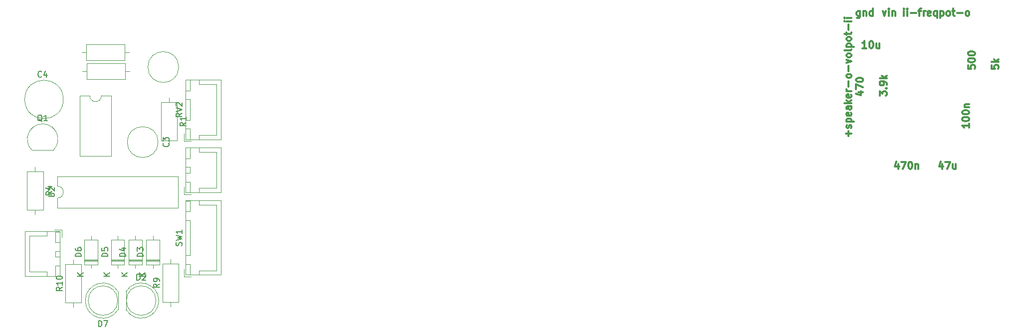
<source format=gbr>
%TF.GenerationSoftware,KiCad,Pcbnew,6.0.4-6f826c9f35~116~ubuntu20.04.1*%
%TF.CreationDate,2022-06-04T11:43:05+03:00*%
%TF.ProjectId,metronome,6d657472-6f6e-46f6-9d65-2e6b69636164,rev?*%
%TF.SameCoordinates,Original*%
%TF.FileFunction,Legend,Top*%
%TF.FilePolarity,Positive*%
%FSLAX46Y46*%
G04 Gerber Fmt 4.6, Leading zero omitted, Abs format (unit mm)*
G04 Created by KiCad (PCBNEW 6.0.4-6f826c9f35~116~ubuntu20.04.1) date 2022-06-04 11:43:05*
%MOMM*%
%LPD*%
G01*
G04 APERTURE LIST*
%ADD10C,0.300000*%
%ADD11C,0.150000*%
%ADD12C,0.120000*%
G04 APERTURE END LIST*
D10*
X262480714Y-61542857D02*
X262480714Y-60742857D01*
X262480714Y-60342857D02*
X262423571Y-60400000D01*
X262480714Y-60457142D01*
X262537857Y-60400000D01*
X262480714Y-60342857D01*
X262480714Y-60457142D01*
X263052142Y-61542857D02*
X263052142Y-60742857D01*
X263052142Y-60342857D02*
X262995000Y-60400000D01*
X263052142Y-60457142D01*
X263109285Y-60400000D01*
X263052142Y-60342857D01*
X263052142Y-60457142D01*
X263623571Y-61085714D02*
X264537857Y-61085714D01*
X264937857Y-60742857D02*
X265395000Y-60742857D01*
X265109285Y-61542857D02*
X265109285Y-60514285D01*
X265166428Y-60400000D01*
X265280714Y-60342857D01*
X265395000Y-60342857D01*
X265795000Y-61542857D02*
X265795000Y-60742857D01*
X265795000Y-60971428D02*
X265852142Y-60857142D01*
X265909285Y-60800000D01*
X266023571Y-60742857D01*
X266137857Y-60742857D01*
X266995000Y-61485714D02*
X266880714Y-61542857D01*
X266652142Y-61542857D01*
X266537857Y-61485714D01*
X266480714Y-61371428D01*
X266480714Y-60914285D01*
X266537857Y-60800000D01*
X266652142Y-60742857D01*
X266880714Y-60742857D01*
X266995000Y-60800000D01*
X267052142Y-60914285D01*
X267052142Y-61028571D01*
X266480714Y-61142857D01*
X268080714Y-60742857D02*
X268080714Y-61942857D01*
X268080714Y-61485714D02*
X267966428Y-61542857D01*
X267737857Y-61542857D01*
X267623571Y-61485714D01*
X267566428Y-61428571D01*
X267509285Y-61314285D01*
X267509285Y-60971428D01*
X267566428Y-60857142D01*
X267623571Y-60800000D01*
X267737857Y-60742857D01*
X267966428Y-60742857D01*
X268080714Y-60800000D01*
X268652142Y-60742857D02*
X268652142Y-61942857D01*
X268652142Y-60800000D02*
X268766428Y-60742857D01*
X268995000Y-60742857D01*
X269109285Y-60800000D01*
X269166428Y-60857142D01*
X269223571Y-60971428D01*
X269223571Y-61314285D01*
X269166428Y-61428571D01*
X269109285Y-61485714D01*
X268995000Y-61542857D01*
X268766428Y-61542857D01*
X268652142Y-61485714D01*
X269909285Y-61542857D02*
X269795000Y-61485714D01*
X269737857Y-61428571D01*
X269680714Y-61314285D01*
X269680714Y-60971428D01*
X269737857Y-60857142D01*
X269795000Y-60800000D01*
X269909285Y-60742857D01*
X270080714Y-60742857D01*
X270195000Y-60800000D01*
X270252142Y-60857142D01*
X270309285Y-60971428D01*
X270309285Y-61314285D01*
X270252142Y-61428571D01*
X270195000Y-61485714D01*
X270080714Y-61542857D01*
X269909285Y-61542857D01*
X270652142Y-60742857D02*
X271109285Y-60742857D01*
X270823571Y-60342857D02*
X270823571Y-61371428D01*
X270880714Y-61485714D01*
X270995000Y-61542857D01*
X271109285Y-61542857D01*
X271509285Y-61085714D02*
X272423571Y-61085714D01*
X273166428Y-61542857D02*
X273052142Y-61485714D01*
X272995000Y-61428571D01*
X272937857Y-61314285D01*
X272937857Y-60971428D01*
X272995000Y-60857142D01*
X273052142Y-60800000D01*
X273166428Y-60742857D01*
X273337857Y-60742857D01*
X273452142Y-60800000D01*
X273509285Y-60857142D01*
X273566428Y-60971428D01*
X273566428Y-61314285D01*
X273509285Y-61428571D01*
X273452142Y-61485714D01*
X273337857Y-61542857D01*
X273166428Y-61542857D01*
X254742857Y-74505000D02*
X255542857Y-74505000D01*
X254285714Y-74790714D02*
X255142857Y-75076428D01*
X255142857Y-74333571D01*
X254342857Y-73990714D02*
X254342857Y-73190714D01*
X255542857Y-73705000D01*
X254342857Y-72505000D02*
X254342857Y-72390714D01*
X254400000Y-72276428D01*
X254457142Y-72219285D01*
X254571428Y-72162142D01*
X254800000Y-72105000D01*
X255085714Y-72105000D01*
X255314285Y-72162142D01*
X255428571Y-72219285D01*
X255485714Y-72276428D01*
X255542857Y-72390714D01*
X255542857Y-72505000D01*
X255485714Y-72619285D01*
X255428571Y-72676428D01*
X255314285Y-72733571D01*
X255085714Y-72790714D01*
X254800000Y-72790714D01*
X254571428Y-72733571D01*
X254457142Y-72676428D01*
X254400000Y-72619285D01*
X254342857Y-72505000D01*
X256109285Y-67042857D02*
X255423571Y-67042857D01*
X255766428Y-67042857D02*
X255766428Y-65842857D01*
X255652142Y-66014285D01*
X255537857Y-66128571D01*
X255423571Y-66185714D01*
X256852142Y-65842857D02*
X256966428Y-65842857D01*
X257080714Y-65900000D01*
X257137857Y-65957142D01*
X257195000Y-66071428D01*
X257252142Y-66300000D01*
X257252142Y-66585714D01*
X257195000Y-66814285D01*
X257137857Y-66928571D01*
X257080714Y-66985714D01*
X256966428Y-67042857D01*
X256852142Y-67042857D01*
X256737857Y-66985714D01*
X256680714Y-66928571D01*
X256623571Y-66814285D01*
X256566428Y-66585714D01*
X256566428Y-66300000D01*
X256623571Y-66071428D01*
X256680714Y-65957142D01*
X256737857Y-65900000D01*
X256852142Y-65842857D01*
X258280714Y-66242857D02*
X258280714Y-67042857D01*
X257766428Y-66242857D02*
X257766428Y-66871428D01*
X257823571Y-66985714D01*
X257937857Y-67042857D01*
X258109285Y-67042857D01*
X258223571Y-66985714D01*
X258280714Y-66928571D01*
X268995000Y-86742857D02*
X268995000Y-87542857D01*
X268709285Y-86285714D02*
X268423571Y-87142857D01*
X269166428Y-87142857D01*
X269509285Y-86342857D02*
X270309285Y-86342857D01*
X269795000Y-87542857D01*
X271280714Y-86742857D02*
X271280714Y-87542857D01*
X270766428Y-86742857D02*
X270766428Y-87371428D01*
X270823571Y-87485714D01*
X270937857Y-87542857D01*
X271109285Y-87542857D01*
X271223571Y-87485714D01*
X271280714Y-87428571D01*
X254995000Y-60742857D02*
X254995000Y-61714285D01*
X254937857Y-61828571D01*
X254880714Y-61885714D01*
X254766428Y-61942857D01*
X254595000Y-61942857D01*
X254480714Y-61885714D01*
X254995000Y-61485714D02*
X254880714Y-61542857D01*
X254652142Y-61542857D01*
X254537857Y-61485714D01*
X254480714Y-61428571D01*
X254423571Y-61314285D01*
X254423571Y-60971428D01*
X254480714Y-60857142D01*
X254537857Y-60800000D01*
X254652142Y-60742857D01*
X254880714Y-60742857D01*
X254995000Y-60800000D01*
X255566428Y-60742857D02*
X255566428Y-61542857D01*
X255566428Y-60857142D02*
X255623571Y-60800000D01*
X255737857Y-60742857D01*
X255909285Y-60742857D01*
X256023571Y-60800000D01*
X256080714Y-60914285D01*
X256080714Y-61542857D01*
X257166428Y-61542857D02*
X257166428Y-60342857D01*
X257166428Y-61485714D02*
X257052142Y-61542857D01*
X256823571Y-61542857D01*
X256709285Y-61485714D01*
X256652142Y-61428571D01*
X256595000Y-61314285D01*
X256595000Y-60971428D01*
X256652142Y-60857142D01*
X256709285Y-60800000D01*
X256823571Y-60742857D01*
X257052142Y-60742857D01*
X257166428Y-60800000D01*
X253542857Y-71847857D02*
X253485714Y-71962142D01*
X253428571Y-72019285D01*
X253314285Y-72076428D01*
X252971428Y-72076428D01*
X252857142Y-72019285D01*
X252800000Y-71962142D01*
X252742857Y-71847857D01*
X252742857Y-71676428D01*
X252800000Y-71562142D01*
X252857142Y-71505000D01*
X252971428Y-71447857D01*
X253314285Y-71447857D01*
X253428571Y-71505000D01*
X253485714Y-71562142D01*
X253542857Y-71676428D01*
X253542857Y-71847857D01*
X253085714Y-70933571D02*
X253085714Y-70019285D01*
X252742857Y-69562142D02*
X253542857Y-69276428D01*
X252742857Y-68990714D01*
X253542857Y-68362142D02*
X253485714Y-68476428D01*
X253428571Y-68533571D01*
X253314285Y-68590714D01*
X252971428Y-68590714D01*
X252857142Y-68533571D01*
X252800000Y-68476428D01*
X252742857Y-68362142D01*
X252742857Y-68190714D01*
X252800000Y-68076428D01*
X252857142Y-68019285D01*
X252971428Y-67962142D01*
X253314285Y-67962142D01*
X253428571Y-68019285D01*
X253485714Y-68076428D01*
X253542857Y-68190714D01*
X253542857Y-68362142D01*
X253542857Y-67276428D02*
X253485714Y-67390714D01*
X253371428Y-67447857D01*
X252342857Y-67447857D01*
X252742857Y-66819285D02*
X253942857Y-66819285D01*
X252800000Y-66819285D02*
X252742857Y-66705000D01*
X252742857Y-66476428D01*
X252800000Y-66362142D01*
X252857142Y-66305000D01*
X252971428Y-66247857D01*
X253314285Y-66247857D01*
X253428571Y-66305000D01*
X253485714Y-66362142D01*
X253542857Y-66476428D01*
X253542857Y-66705000D01*
X253485714Y-66819285D01*
X253542857Y-65562142D02*
X253485714Y-65676428D01*
X253428571Y-65733571D01*
X253314285Y-65790714D01*
X252971428Y-65790714D01*
X252857142Y-65733571D01*
X252800000Y-65676428D01*
X252742857Y-65562142D01*
X252742857Y-65390714D01*
X252800000Y-65276428D01*
X252857142Y-65219285D01*
X252971428Y-65162142D01*
X253314285Y-65162142D01*
X253428571Y-65219285D01*
X253485714Y-65276428D01*
X253542857Y-65390714D01*
X253542857Y-65562142D01*
X252742857Y-64819285D02*
X252742857Y-64362142D01*
X252342857Y-64647857D02*
X253371428Y-64647857D01*
X253485714Y-64590714D01*
X253542857Y-64476428D01*
X253542857Y-64362142D01*
X253085714Y-63962142D02*
X253085714Y-63047857D01*
X253542857Y-62476428D02*
X252742857Y-62476428D01*
X252342857Y-62476428D02*
X252400000Y-62533571D01*
X252457142Y-62476428D01*
X252400000Y-62419285D01*
X252342857Y-62476428D01*
X252457142Y-62476428D01*
X253542857Y-61905000D02*
X252742857Y-61905000D01*
X252342857Y-61905000D02*
X252400000Y-61962142D01*
X252457142Y-61905000D01*
X252400000Y-61847857D01*
X252342857Y-61905000D01*
X252457142Y-61905000D01*
X277342857Y-69947857D02*
X277342857Y-70519285D01*
X277914285Y-70576428D01*
X277857142Y-70519285D01*
X277800000Y-70405000D01*
X277800000Y-70119285D01*
X277857142Y-70005000D01*
X277914285Y-69947857D01*
X278028571Y-69890714D01*
X278314285Y-69890714D01*
X278428571Y-69947857D01*
X278485714Y-70005000D01*
X278542857Y-70119285D01*
X278542857Y-70405000D01*
X278485714Y-70519285D01*
X278428571Y-70576428D01*
X278542857Y-69376428D02*
X277342857Y-69376428D01*
X278085714Y-69262142D02*
X278542857Y-68919285D01*
X277742857Y-68919285D02*
X278200000Y-69376428D01*
X258342857Y-75133571D02*
X258342857Y-74390714D01*
X258800000Y-74790714D01*
X258800000Y-74619285D01*
X258857142Y-74505000D01*
X258914285Y-74447857D01*
X259028571Y-74390714D01*
X259314285Y-74390714D01*
X259428571Y-74447857D01*
X259485714Y-74505000D01*
X259542857Y-74619285D01*
X259542857Y-74962142D01*
X259485714Y-75076428D01*
X259428571Y-75133571D01*
X259428571Y-73876428D02*
X259485714Y-73819285D01*
X259542857Y-73876428D01*
X259485714Y-73933571D01*
X259428571Y-73876428D01*
X259542857Y-73876428D01*
X259542857Y-73247857D02*
X259542857Y-73019285D01*
X259485714Y-72905000D01*
X259428571Y-72847857D01*
X259257142Y-72733571D01*
X259028571Y-72676428D01*
X258571428Y-72676428D01*
X258457142Y-72733571D01*
X258400000Y-72790714D01*
X258342857Y-72905000D01*
X258342857Y-73133571D01*
X258400000Y-73247857D01*
X258457142Y-73305000D01*
X258571428Y-73362142D01*
X258857142Y-73362142D01*
X258971428Y-73305000D01*
X259028571Y-73247857D01*
X259085714Y-73133571D01*
X259085714Y-72905000D01*
X259028571Y-72790714D01*
X258971428Y-72733571D01*
X258857142Y-72676428D01*
X259542857Y-72162142D02*
X258342857Y-72162142D01*
X259085714Y-72047857D02*
X259542857Y-71705000D01*
X258742857Y-71705000D02*
X259200000Y-72162142D01*
X258866428Y-60742857D02*
X259152142Y-61542857D01*
X259437857Y-60742857D01*
X259895000Y-61542857D02*
X259895000Y-60742857D01*
X259895000Y-60342857D02*
X259837857Y-60400000D01*
X259895000Y-60457142D01*
X259952142Y-60400000D01*
X259895000Y-60342857D01*
X259895000Y-60457142D01*
X260466428Y-60742857D02*
X260466428Y-61542857D01*
X260466428Y-60857142D02*
X260523571Y-60800000D01*
X260637857Y-60742857D01*
X260809285Y-60742857D01*
X260923571Y-60800000D01*
X260980714Y-60914285D01*
X260980714Y-61542857D01*
X261495000Y-86742857D02*
X261495000Y-87542857D01*
X261209285Y-86285714D02*
X260923571Y-87142857D01*
X261666428Y-87142857D01*
X262009285Y-86342857D02*
X262809285Y-86342857D01*
X262295000Y-87542857D01*
X263495000Y-86342857D02*
X263609285Y-86342857D01*
X263723571Y-86400000D01*
X263780714Y-86457142D01*
X263837857Y-86571428D01*
X263895000Y-86800000D01*
X263895000Y-87085714D01*
X263837857Y-87314285D01*
X263780714Y-87428571D01*
X263723571Y-87485714D01*
X263609285Y-87542857D01*
X263495000Y-87542857D01*
X263380714Y-87485714D01*
X263323571Y-87428571D01*
X263266428Y-87314285D01*
X263209285Y-87085714D01*
X263209285Y-86800000D01*
X263266428Y-86571428D01*
X263323571Y-86457142D01*
X263380714Y-86400000D01*
X263495000Y-86342857D01*
X264409285Y-86742857D02*
X264409285Y-87542857D01*
X264409285Y-86857142D02*
X264466428Y-86800000D01*
X264580714Y-86742857D01*
X264752142Y-86742857D01*
X264866428Y-86800000D01*
X264923571Y-86914285D01*
X264923571Y-87542857D01*
X253085714Y-82019285D02*
X253085714Y-81105000D01*
X253542857Y-81562142D02*
X252628571Y-81562142D01*
X253485714Y-80590714D02*
X253542857Y-80476428D01*
X253542857Y-80247857D01*
X253485714Y-80133571D01*
X253371428Y-80076428D01*
X253314285Y-80076428D01*
X253200000Y-80133571D01*
X253142857Y-80247857D01*
X253142857Y-80419285D01*
X253085714Y-80533571D01*
X252971428Y-80590714D01*
X252914285Y-80590714D01*
X252800000Y-80533571D01*
X252742857Y-80419285D01*
X252742857Y-80247857D01*
X252800000Y-80133571D01*
X252742857Y-79562142D02*
X253942857Y-79562142D01*
X252800000Y-79562142D02*
X252742857Y-79447857D01*
X252742857Y-79219285D01*
X252800000Y-79105000D01*
X252857142Y-79047857D01*
X252971428Y-78990714D01*
X253314285Y-78990714D01*
X253428571Y-79047857D01*
X253485714Y-79105000D01*
X253542857Y-79219285D01*
X253542857Y-79447857D01*
X253485714Y-79562142D01*
X253485714Y-78019285D02*
X253542857Y-78133571D01*
X253542857Y-78362142D01*
X253485714Y-78476428D01*
X253371428Y-78533571D01*
X252914285Y-78533571D01*
X252800000Y-78476428D01*
X252742857Y-78362142D01*
X252742857Y-78133571D01*
X252800000Y-78019285D01*
X252914285Y-77962142D01*
X253028571Y-77962142D01*
X253142857Y-78533571D01*
X253542857Y-76933571D02*
X252914285Y-76933571D01*
X252800000Y-76990714D01*
X252742857Y-77105000D01*
X252742857Y-77333571D01*
X252800000Y-77447857D01*
X253485714Y-76933571D02*
X253542857Y-77047857D01*
X253542857Y-77333571D01*
X253485714Y-77447857D01*
X253371428Y-77505000D01*
X253257142Y-77505000D01*
X253142857Y-77447857D01*
X253085714Y-77333571D01*
X253085714Y-77047857D01*
X253028571Y-76933571D01*
X253542857Y-76362142D02*
X252342857Y-76362142D01*
X253085714Y-76247857D02*
X253542857Y-75905000D01*
X252742857Y-75905000D02*
X253200000Y-76362142D01*
X253485714Y-74933571D02*
X253542857Y-75047857D01*
X253542857Y-75276428D01*
X253485714Y-75390714D01*
X253371428Y-75447857D01*
X252914285Y-75447857D01*
X252800000Y-75390714D01*
X252742857Y-75276428D01*
X252742857Y-75047857D01*
X252800000Y-74933571D01*
X252914285Y-74876428D01*
X253028571Y-74876428D01*
X253142857Y-75447857D01*
X253542857Y-74362142D02*
X252742857Y-74362142D01*
X252971428Y-74362142D02*
X252857142Y-74305000D01*
X252800000Y-74247857D01*
X252742857Y-74133571D01*
X252742857Y-74019285D01*
X253085714Y-73619285D02*
X253085714Y-72705000D01*
X273342857Y-69947857D02*
X273342857Y-70519285D01*
X273914285Y-70576428D01*
X273857142Y-70519285D01*
X273800000Y-70405000D01*
X273800000Y-70119285D01*
X273857142Y-70005000D01*
X273914285Y-69947857D01*
X274028571Y-69890714D01*
X274314285Y-69890714D01*
X274428571Y-69947857D01*
X274485714Y-70005000D01*
X274542857Y-70119285D01*
X274542857Y-70405000D01*
X274485714Y-70519285D01*
X274428571Y-70576428D01*
X273342857Y-69147857D02*
X273342857Y-69033571D01*
X273400000Y-68919285D01*
X273457142Y-68862142D01*
X273571428Y-68805000D01*
X273800000Y-68747857D01*
X274085714Y-68747857D01*
X274314285Y-68805000D01*
X274428571Y-68862142D01*
X274485714Y-68919285D01*
X274542857Y-69033571D01*
X274542857Y-69147857D01*
X274485714Y-69262142D01*
X274428571Y-69319285D01*
X274314285Y-69376428D01*
X274085714Y-69433571D01*
X273800000Y-69433571D01*
X273571428Y-69376428D01*
X273457142Y-69319285D01*
X273400000Y-69262142D01*
X273342857Y-69147857D01*
X273342857Y-68005000D02*
X273342857Y-67890714D01*
X273400000Y-67776428D01*
X273457142Y-67719285D01*
X273571428Y-67662142D01*
X273800000Y-67605000D01*
X274085714Y-67605000D01*
X274314285Y-67662142D01*
X274428571Y-67719285D01*
X274485714Y-67776428D01*
X274542857Y-67890714D01*
X274542857Y-68005000D01*
X274485714Y-68119285D01*
X274428571Y-68176428D01*
X274314285Y-68233571D01*
X274085714Y-68290714D01*
X273800000Y-68290714D01*
X273571428Y-68233571D01*
X273457142Y-68176428D01*
X273400000Y-68119285D01*
X273342857Y-68005000D01*
X273542857Y-79890714D02*
X273542857Y-80576428D01*
X273542857Y-80233571D02*
X272342857Y-80233571D01*
X272514285Y-80347857D01*
X272628571Y-80462142D01*
X272685714Y-80576428D01*
X272342857Y-79147857D02*
X272342857Y-79033571D01*
X272400000Y-78919285D01*
X272457142Y-78862142D01*
X272571428Y-78805000D01*
X272800000Y-78747857D01*
X273085714Y-78747857D01*
X273314285Y-78805000D01*
X273428571Y-78862142D01*
X273485714Y-78919285D01*
X273542857Y-79033571D01*
X273542857Y-79147857D01*
X273485714Y-79262142D01*
X273428571Y-79319285D01*
X273314285Y-79376428D01*
X273085714Y-79433571D01*
X272800000Y-79433571D01*
X272571428Y-79376428D01*
X272457142Y-79319285D01*
X272400000Y-79262142D01*
X272342857Y-79147857D01*
X272342857Y-78005000D02*
X272342857Y-77890714D01*
X272400000Y-77776428D01*
X272457142Y-77719285D01*
X272571428Y-77662142D01*
X272800000Y-77605000D01*
X273085714Y-77605000D01*
X273314285Y-77662142D01*
X273428571Y-77719285D01*
X273485714Y-77776428D01*
X273542857Y-77890714D01*
X273542857Y-78005000D01*
X273485714Y-78119285D01*
X273428571Y-78176428D01*
X273314285Y-78233571D01*
X273085714Y-78290714D01*
X272800000Y-78290714D01*
X272571428Y-78233571D01*
X272457142Y-78176428D01*
X272400000Y-78119285D01*
X272342857Y-78005000D01*
X272742857Y-77090714D02*
X273542857Y-77090714D01*
X272857142Y-77090714D02*
X272800000Y-77033571D01*
X272742857Y-76919285D01*
X272742857Y-76747857D01*
X272800000Y-76633571D01*
X272914285Y-76576428D01*
X273542857Y-76576428D01*
D11*
%TO.C,R1*%
X140572380Y-79666666D02*
X140096190Y-80000000D01*
X140572380Y-80238095D02*
X139572380Y-80238095D01*
X139572380Y-79857142D01*
X139620000Y-79761904D01*
X139667619Y-79714285D01*
X139762857Y-79666666D01*
X139905714Y-79666666D01*
X140000952Y-79714285D01*
X140048571Y-79761904D01*
X140096190Y-79857142D01*
X140096190Y-80238095D01*
X140572380Y-78714285D02*
X140572380Y-79285714D01*
X140572380Y-79000000D02*
X139572380Y-79000000D01*
X139715238Y-79095238D01*
X139810476Y-79190476D01*
X139858095Y-79285714D01*
%TO.C,R10*%
X119582380Y-107642857D02*
X119106190Y-107976190D01*
X119582380Y-108214285D02*
X118582380Y-108214285D01*
X118582380Y-107833333D01*
X118630000Y-107738095D01*
X118677619Y-107690476D01*
X118772857Y-107642857D01*
X118915714Y-107642857D01*
X119010952Y-107690476D01*
X119058571Y-107738095D01*
X119106190Y-107833333D01*
X119106190Y-108214285D01*
X119582380Y-106690476D02*
X119582380Y-107261904D01*
X119582380Y-106976190D02*
X118582380Y-106976190D01*
X118725238Y-107071428D01*
X118820476Y-107166666D01*
X118868095Y-107261904D01*
X118582380Y-106071428D02*
X118582380Y-105976190D01*
X118630000Y-105880952D01*
X118677619Y-105833333D01*
X118772857Y-105785714D01*
X118963333Y-105738095D01*
X119201428Y-105738095D01*
X119391904Y-105785714D01*
X119487142Y-105833333D01*
X119534761Y-105880952D01*
X119582380Y-105976190D01*
X119582380Y-106071428D01*
X119534761Y-106166666D01*
X119487142Y-106214285D01*
X119391904Y-106261904D01*
X119201428Y-106309523D01*
X118963333Y-106309523D01*
X118772857Y-106261904D01*
X118677619Y-106214285D01*
X118630000Y-106166666D01*
X118582380Y-106071428D01*
%TO.C,C3*%
X137607142Y-83166666D02*
X137654761Y-83214285D01*
X137702380Y-83357142D01*
X137702380Y-83452380D01*
X137654761Y-83595238D01*
X137559523Y-83690476D01*
X137464285Y-83738095D01*
X137273809Y-83785714D01*
X137130952Y-83785714D01*
X136940476Y-83738095D01*
X136845238Y-83690476D01*
X136750000Y-83595238D01*
X136702380Y-83452380D01*
X136702380Y-83357142D01*
X136750000Y-83214285D01*
X136797619Y-83166666D01*
X136702380Y-82833333D02*
X136702380Y-82214285D01*
X137083333Y-82547619D01*
X137083333Y-82404761D01*
X137130952Y-82309523D01*
X137178571Y-82261904D01*
X137273809Y-82214285D01*
X137511904Y-82214285D01*
X137607142Y-82261904D01*
X137654761Y-82309523D01*
X137702380Y-82404761D01*
X137702380Y-82690476D01*
X137654761Y-82785714D01*
X137607142Y-82833333D01*
%TO.C,C4*%
X116083333Y-71857142D02*
X116035714Y-71904761D01*
X115892857Y-71952380D01*
X115797619Y-71952380D01*
X115654761Y-71904761D01*
X115559523Y-71809523D01*
X115511904Y-71714285D01*
X115464285Y-71523809D01*
X115464285Y-71380952D01*
X115511904Y-71190476D01*
X115559523Y-71095238D01*
X115654761Y-71000000D01*
X115797619Y-70952380D01*
X115892857Y-70952380D01*
X116035714Y-71000000D01*
X116083333Y-71047619D01*
X116940476Y-71285714D02*
X116940476Y-71952380D01*
X116702380Y-70904761D02*
X116464285Y-71619047D01*
X117083333Y-71619047D01*
%TO.C,D5*%
X127332380Y-102428095D02*
X126332380Y-102428095D01*
X126332380Y-102190000D01*
X126380000Y-102047142D01*
X126475238Y-101951904D01*
X126570476Y-101904285D01*
X126760952Y-101856666D01*
X126903809Y-101856666D01*
X127094285Y-101904285D01*
X127189523Y-101951904D01*
X127284761Y-102047142D01*
X127332380Y-102190000D01*
X127332380Y-102428095D01*
X126332380Y-100951904D02*
X126332380Y-101428095D01*
X126808571Y-101475714D01*
X126760952Y-101428095D01*
X126713333Y-101332857D01*
X126713333Y-101094761D01*
X126760952Y-100999523D01*
X126808571Y-100951904D01*
X126903809Y-100904285D01*
X127141904Y-100904285D01*
X127237142Y-100951904D01*
X127284761Y-100999523D01*
X127332380Y-101094761D01*
X127332380Y-101332857D01*
X127284761Y-101428095D01*
X127237142Y-101475714D01*
X127652380Y-105761904D02*
X126652380Y-105761904D01*
X127652380Y-105190476D02*
X127080952Y-105619047D01*
X126652380Y-105190476D02*
X127223809Y-105761904D01*
%TO.C,D3*%
X133332380Y-102428095D02*
X132332380Y-102428095D01*
X132332380Y-102190000D01*
X132380000Y-102047142D01*
X132475238Y-101951904D01*
X132570476Y-101904285D01*
X132760952Y-101856666D01*
X132903809Y-101856666D01*
X133094285Y-101904285D01*
X133189523Y-101951904D01*
X133284761Y-102047142D01*
X133332380Y-102190000D01*
X133332380Y-102428095D01*
X132332380Y-101523333D02*
X132332380Y-100904285D01*
X132713333Y-101237619D01*
X132713333Y-101094761D01*
X132760952Y-100999523D01*
X132808571Y-100951904D01*
X132903809Y-100904285D01*
X133141904Y-100904285D01*
X133237142Y-100951904D01*
X133284761Y-100999523D01*
X133332380Y-101094761D01*
X133332380Y-101380476D01*
X133284761Y-101475714D01*
X133237142Y-101523333D01*
X133652380Y-105761904D02*
X132652380Y-105761904D01*
X133652380Y-105190476D02*
X133080952Y-105619047D01*
X132652380Y-105190476D02*
X133223809Y-105761904D01*
%TO.C,RV2*%
X139902380Y-78095238D02*
X139426190Y-78428571D01*
X139902380Y-78666666D02*
X138902380Y-78666666D01*
X138902380Y-78285714D01*
X138950000Y-78190476D01*
X138997619Y-78142857D01*
X139092857Y-78095238D01*
X139235714Y-78095238D01*
X139330952Y-78142857D01*
X139378571Y-78190476D01*
X139426190Y-78285714D01*
X139426190Y-78666666D01*
X138902380Y-77809523D02*
X139902380Y-77476190D01*
X138902380Y-77142857D01*
X138997619Y-76857142D02*
X138950000Y-76809523D01*
X138902380Y-76714285D01*
X138902380Y-76476190D01*
X138950000Y-76380952D01*
X138997619Y-76333333D01*
X139092857Y-76285714D01*
X139188095Y-76285714D01*
X139330952Y-76333333D01*
X139902380Y-76904761D01*
X139902380Y-76285714D01*
%TO.C,Q1*%
X116174761Y-79487619D02*
X116079523Y-79440000D01*
X115984285Y-79344761D01*
X115841428Y-79201904D01*
X115746190Y-79154285D01*
X115650952Y-79154285D01*
X115698571Y-79392380D02*
X115603333Y-79344761D01*
X115508095Y-79249523D01*
X115460476Y-79059047D01*
X115460476Y-78725714D01*
X115508095Y-78535238D01*
X115603333Y-78440000D01*
X115698571Y-78392380D01*
X115889047Y-78392380D01*
X115984285Y-78440000D01*
X116079523Y-78535238D01*
X116127142Y-78725714D01*
X116127142Y-79059047D01*
X116079523Y-79249523D01*
X115984285Y-79344761D01*
X115889047Y-79392380D01*
X115698571Y-79392380D01*
X117079523Y-79392380D02*
X116508095Y-79392380D01*
X116793809Y-79392380D02*
X116793809Y-78392380D01*
X116698571Y-78535238D01*
X116603333Y-78630476D01*
X116508095Y-78678095D01*
%TO.C,D7*%
X125766904Y-114332380D02*
X125766904Y-113332380D01*
X126005000Y-113332380D01*
X126147857Y-113380000D01*
X126243095Y-113475238D01*
X126290714Y-113570476D01*
X126338333Y-113760952D01*
X126338333Y-113903809D01*
X126290714Y-114094285D01*
X126243095Y-114189523D01*
X126147857Y-114284761D01*
X126005000Y-114332380D01*
X125766904Y-114332380D01*
X126671666Y-113332380D02*
X127338333Y-113332380D01*
X126909761Y-114332380D01*
%TO.C,SW1*%
X139854761Y-100583333D02*
X139902380Y-100440476D01*
X139902380Y-100202380D01*
X139854761Y-100107142D01*
X139807142Y-100059523D01*
X139711904Y-100011904D01*
X139616666Y-100011904D01*
X139521428Y-100059523D01*
X139473809Y-100107142D01*
X139426190Y-100202380D01*
X139378571Y-100392857D01*
X139330952Y-100488095D01*
X139283333Y-100535714D01*
X139188095Y-100583333D01*
X139092857Y-100583333D01*
X138997619Y-100535714D01*
X138950000Y-100488095D01*
X138902380Y-100392857D01*
X138902380Y-100154761D01*
X138950000Y-100011904D01*
X138902380Y-99678571D02*
X139902380Y-99440476D01*
X139188095Y-99250000D01*
X139902380Y-99059523D01*
X138902380Y-98821428D01*
X139902380Y-97916666D02*
X139902380Y-98488095D01*
X139902380Y-98202380D02*
X138902380Y-98202380D01*
X139045238Y-98297619D01*
X139140476Y-98392857D01*
X139188095Y-98488095D01*
%TO.C,U2*%
X117247380Y-92251904D02*
X118056904Y-92251904D01*
X118152142Y-92204285D01*
X118199761Y-92156666D01*
X118247380Y-92061428D01*
X118247380Y-91870952D01*
X118199761Y-91775714D01*
X118152142Y-91728095D01*
X118056904Y-91680476D01*
X117247380Y-91680476D01*
X117342619Y-91251904D02*
X117295000Y-91204285D01*
X117247380Y-91109047D01*
X117247380Y-90870952D01*
X117295000Y-90775714D01*
X117342619Y-90728095D01*
X117437857Y-90680476D01*
X117533095Y-90680476D01*
X117675952Y-90728095D01*
X118247380Y-91299523D01*
X118247380Y-90680476D01*
%TO.C,D4*%
X130332380Y-102428095D02*
X129332380Y-102428095D01*
X129332380Y-102190000D01*
X129380000Y-102047142D01*
X129475238Y-101951904D01*
X129570476Y-101904285D01*
X129760952Y-101856666D01*
X129903809Y-101856666D01*
X130094285Y-101904285D01*
X130189523Y-101951904D01*
X130284761Y-102047142D01*
X130332380Y-102190000D01*
X130332380Y-102428095D01*
X129665714Y-100999523D02*
X130332380Y-100999523D01*
X129284761Y-101237619D02*
X129999047Y-101475714D01*
X129999047Y-100856666D01*
X130652380Y-105761904D02*
X129652380Y-105761904D01*
X130652380Y-105190476D02*
X130080952Y-105619047D01*
X129652380Y-105190476D02*
X130223809Y-105761904D01*
%TO.C,R9*%
X136082380Y-107086666D02*
X135606190Y-107420000D01*
X136082380Y-107658095D02*
X135082380Y-107658095D01*
X135082380Y-107277142D01*
X135130000Y-107181904D01*
X135177619Y-107134285D01*
X135272857Y-107086666D01*
X135415714Y-107086666D01*
X135510952Y-107134285D01*
X135558571Y-107181904D01*
X135606190Y-107277142D01*
X135606190Y-107658095D01*
X136082380Y-106610476D02*
X136082380Y-106420000D01*
X136034761Y-106324761D01*
X135987142Y-106277142D01*
X135844285Y-106181904D01*
X135653809Y-106134285D01*
X135272857Y-106134285D01*
X135177619Y-106181904D01*
X135130000Y-106229523D01*
X135082380Y-106324761D01*
X135082380Y-106515238D01*
X135130000Y-106610476D01*
X135177619Y-106658095D01*
X135272857Y-106705714D01*
X135510952Y-106705714D01*
X135606190Y-106658095D01*
X135653809Y-106610476D01*
X135701428Y-106515238D01*
X135701428Y-106324761D01*
X135653809Y-106229523D01*
X135606190Y-106181904D01*
X135510952Y-106134285D01*
%TO.C,D6*%
X122832380Y-102428095D02*
X121832380Y-102428095D01*
X121832380Y-102190000D01*
X121880000Y-102047142D01*
X121975238Y-101951904D01*
X122070476Y-101904285D01*
X122260952Y-101856666D01*
X122403809Y-101856666D01*
X122594285Y-101904285D01*
X122689523Y-101951904D01*
X122784761Y-102047142D01*
X122832380Y-102190000D01*
X122832380Y-102428095D01*
X121832380Y-100999523D02*
X121832380Y-101190000D01*
X121880000Y-101285238D01*
X121927619Y-101332857D01*
X122070476Y-101428095D01*
X122260952Y-101475714D01*
X122641904Y-101475714D01*
X122737142Y-101428095D01*
X122784761Y-101380476D01*
X122832380Y-101285238D01*
X122832380Y-101094761D01*
X122784761Y-100999523D01*
X122737142Y-100951904D01*
X122641904Y-100904285D01*
X122403809Y-100904285D01*
X122308571Y-100951904D01*
X122260952Y-100999523D01*
X122213333Y-101094761D01*
X122213333Y-101285238D01*
X122260952Y-101380476D01*
X122308571Y-101428095D01*
X122403809Y-101475714D01*
X123152380Y-105761904D02*
X122152380Y-105761904D01*
X123152380Y-105190476D02*
X122580952Y-105619047D01*
X122152380Y-105190476D02*
X122723809Y-105761904D01*
%TO.C,D2*%
X132256904Y-106412380D02*
X132256904Y-105412380D01*
X132495000Y-105412380D01*
X132637857Y-105460000D01*
X132733095Y-105555238D01*
X132780714Y-105650476D01*
X132828333Y-105840952D01*
X132828333Y-105983809D01*
X132780714Y-106174285D01*
X132733095Y-106269523D01*
X132637857Y-106364761D01*
X132495000Y-106412380D01*
X132256904Y-106412380D01*
X133209285Y-105507619D02*
X133256904Y-105460000D01*
X133352142Y-105412380D01*
X133590238Y-105412380D01*
X133685476Y-105460000D01*
X133733095Y-105507619D01*
X133780714Y-105602857D01*
X133780714Y-105698095D01*
X133733095Y-105840952D01*
X133161666Y-106412380D01*
X133780714Y-106412380D01*
%TO.C,R4*%
X117822380Y-91416666D02*
X117346190Y-91750000D01*
X117822380Y-91988095D02*
X116822380Y-91988095D01*
X116822380Y-91607142D01*
X116870000Y-91511904D01*
X116917619Y-91464285D01*
X117012857Y-91416666D01*
X117155714Y-91416666D01*
X117250952Y-91464285D01*
X117298571Y-91511904D01*
X117346190Y-91607142D01*
X117346190Y-91988095D01*
X117155714Y-90559523D02*
X117822380Y-90559523D01*
X116774761Y-90797619D02*
X117489047Y-91035714D01*
X117489047Y-90416666D01*
D12*
%TO.C,R3*%
X130270000Y-69630000D02*
X123730000Y-69630000D01*
X122960000Y-71000000D02*
X123730000Y-71000000D01*
X123730000Y-69630000D02*
X123730000Y-72370000D01*
X123730000Y-72370000D02*
X130270000Y-72370000D01*
X131040000Y-71000000D02*
X130270000Y-71000000D01*
X130270000Y-72370000D02*
X130270000Y-69630000D01*
%TO.C,J1*%
X145750000Y-84700000D02*
X145750000Y-87750000D01*
X140550000Y-91550000D02*
X141300000Y-91550000D01*
X141300000Y-88250000D02*
X141300000Y-87250000D01*
X140550000Y-85750000D02*
X141300000Y-85750000D01*
X142800000Y-91550000D02*
X142800000Y-90800000D01*
X140550000Y-89750000D02*
X140550000Y-91550000D01*
X141300000Y-87250000D02*
X140550000Y-87250000D01*
X142800000Y-90800000D02*
X145750000Y-90800000D01*
X140250000Y-91850000D02*
X141500000Y-91850000D01*
X141300000Y-91550000D02*
X141300000Y-89750000D01*
X140550000Y-83950000D02*
X140550000Y-85750000D01*
X141300000Y-89750000D02*
X140550000Y-89750000D01*
X140250000Y-90600000D02*
X140250000Y-91850000D01*
X140550000Y-87250000D02*
X140550000Y-88250000D01*
X146510000Y-83940000D02*
X140540000Y-83940000D01*
X141300000Y-85750000D02*
X141300000Y-83950000D01*
X146510000Y-91560000D02*
X146510000Y-83940000D01*
X140550000Y-88250000D02*
X141300000Y-88250000D01*
X141300000Y-83950000D02*
X140550000Y-83950000D01*
X142800000Y-83950000D02*
X142800000Y-84700000D01*
X145750000Y-90800000D02*
X145750000Y-87750000D01*
X140540000Y-83940000D02*
X140540000Y-91560000D01*
X142800000Y-84700000D02*
X145750000Y-84700000D01*
X140540000Y-91560000D02*
X146510000Y-91560000D01*
%TO.C,R1*%
X137750000Y-83540000D02*
X137750000Y-82770000D01*
X136380000Y-76230000D02*
X136380000Y-82770000D01*
X139120000Y-76230000D02*
X136380000Y-76230000D01*
X136380000Y-82770000D02*
X139120000Y-82770000D01*
X139120000Y-82770000D02*
X139120000Y-76230000D01*
X137750000Y-75460000D02*
X137750000Y-76230000D01*
%TO.C,J2*%
X118450000Y-105800000D02*
X119200000Y-105800000D01*
X114000000Y-98950000D02*
X114000000Y-102000000D01*
X118450000Y-98200000D02*
X118450000Y-100000000D01*
X113240000Y-98190000D02*
X113240000Y-105810000D01*
X119500000Y-97900000D02*
X118250000Y-97900000D01*
X119200000Y-100000000D02*
X119200000Y-98200000D01*
X116950000Y-105050000D02*
X114000000Y-105050000D01*
X119200000Y-98200000D02*
X118450000Y-98200000D01*
X119200000Y-104000000D02*
X118450000Y-104000000D01*
X116950000Y-98200000D02*
X116950000Y-98950000D01*
X119500000Y-99150000D02*
X119500000Y-97900000D01*
X118450000Y-100000000D02*
X119200000Y-100000000D01*
X119210000Y-98190000D02*
X113240000Y-98190000D01*
X114000000Y-105050000D02*
X114000000Y-102000000D01*
X113240000Y-105810000D02*
X119210000Y-105810000D01*
X118450000Y-104000000D02*
X118450000Y-105800000D01*
X119200000Y-101500000D02*
X118450000Y-101500000D01*
X119200000Y-105800000D02*
X119200000Y-104000000D01*
X116950000Y-105800000D02*
X116950000Y-105050000D01*
X119210000Y-105810000D02*
X119210000Y-98190000D01*
X116950000Y-98950000D02*
X114000000Y-98950000D01*
X119200000Y-102500000D02*
X119200000Y-101500000D01*
X118450000Y-101500000D02*
X118450000Y-102500000D01*
X118450000Y-102500000D02*
X119200000Y-102500000D01*
%TO.C,R10*%
X121500000Y-102960000D02*
X121500000Y-103730000D01*
X121500000Y-111040000D02*
X121500000Y-110270000D01*
X122870000Y-110270000D02*
X122870000Y-103730000D01*
X120130000Y-110270000D02*
X122870000Y-110270000D01*
X120130000Y-103730000D02*
X120130000Y-110270000D01*
X122870000Y-103730000D02*
X120130000Y-103730000D01*
%TO.C,C2*%
X139370000Y-70250000D02*
G75*
G03*
X139370000Y-70250000I-2620000J0D01*
G01*
%TO.C,C3*%
X135870000Y-83000000D02*
G75*
G03*
X135870000Y-83000000I-2620000J0D01*
G01*
%TO.C,C4*%
X119770000Y-75750000D02*
G75*
G03*
X119770000Y-75750000I-3270000J0D01*
G01*
%TO.C,D5*%
X127880000Y-103090000D02*
X130120000Y-103090000D01*
X127880000Y-103210000D02*
X130120000Y-103210000D01*
X130120000Y-99570000D02*
X127880000Y-99570000D01*
X127880000Y-103810000D02*
X130120000Y-103810000D01*
X127880000Y-102970000D02*
X130120000Y-102970000D01*
X129000000Y-104460000D02*
X129000000Y-103810000D01*
X129000000Y-98920000D02*
X129000000Y-99570000D01*
X130120000Y-103810000D02*
X130120000Y-99570000D01*
X127880000Y-99570000D02*
X127880000Y-103810000D01*
%TO.C,D3*%
X133880000Y-103210000D02*
X136120000Y-103210000D01*
X133880000Y-99570000D02*
X133880000Y-103810000D01*
X136120000Y-103810000D02*
X136120000Y-99570000D01*
X136120000Y-99570000D02*
X133880000Y-99570000D01*
X133880000Y-103810000D02*
X136120000Y-103810000D01*
X135000000Y-104460000D02*
X135000000Y-103810000D01*
X133880000Y-102970000D02*
X136120000Y-102970000D01*
X135000000Y-98920000D02*
X135000000Y-99570000D01*
X133880000Y-103090000D02*
X136120000Y-103090000D01*
%TO.C,RV2*%
X141300000Y-72450000D02*
X140550000Y-72450000D01*
X141300000Y-79250000D02*
X141300000Y-75750000D01*
X141300000Y-75750000D02*
X140550000Y-75750000D01*
X145750000Y-81800000D02*
X145750000Y-77500000D01*
X140250000Y-81600000D02*
X140250000Y-82850000D01*
X145750000Y-73200000D02*
X145750000Y-77500000D01*
X140550000Y-74250000D02*
X141300000Y-74250000D01*
X146510000Y-82560000D02*
X146510000Y-72440000D01*
X140550000Y-80750000D02*
X140550000Y-82550000D01*
X142800000Y-72450000D02*
X142800000Y-73200000D01*
X140250000Y-82850000D02*
X141500000Y-82850000D01*
X142800000Y-73200000D02*
X145750000Y-73200000D01*
X140550000Y-82550000D02*
X141300000Y-82550000D01*
X140550000Y-72450000D02*
X140550000Y-74250000D01*
X140540000Y-82560000D02*
X146510000Y-82560000D01*
X140550000Y-75750000D02*
X140550000Y-79250000D01*
X142800000Y-81800000D02*
X145750000Y-81800000D01*
X146510000Y-72440000D02*
X140540000Y-72440000D01*
X140550000Y-79250000D02*
X141300000Y-79250000D01*
X141300000Y-74250000D02*
X141300000Y-72450000D01*
X142800000Y-82550000D02*
X142800000Y-81800000D01*
X141300000Y-80750000D02*
X140550000Y-80750000D01*
X141300000Y-82550000D02*
X141300000Y-80750000D01*
X140540000Y-72440000D02*
X140540000Y-82560000D01*
%TO.C,Q1*%
X114470000Y-84350000D02*
X118070000Y-84350000D01*
X118108478Y-84338478D02*
G75*
G03*
X116270000Y-79900000I-1838478J1838478D01*
G01*
X116270000Y-79899999D02*
G75*
G03*
X114431522Y-84338478I0J-2600001D01*
G01*
%TO.C,D7*%
X129065000Y-111465000D02*
X129065000Y-108375000D01*
X123515000Y-109919538D02*
G75*
G03*
X129065000Y-111464830I2990000J-462D01*
G01*
X129065000Y-108375170D02*
G75*
G03*
X123515000Y-109920462I-2560000J-1544830D01*
G01*
X129005000Y-109920000D02*
G75*
G03*
X129005000Y-109920000I-2500000J0D01*
G01*
%TO.C,SW1*%
X142800000Y-93700000D02*
X145750000Y-93700000D01*
X145750000Y-104800000D02*
X145750000Y-99250000D01*
X146510000Y-105560000D02*
X146510000Y-92940000D01*
X141300000Y-94750000D02*
X141300000Y-92950000D01*
X140550000Y-103750000D02*
X140550000Y-105550000D01*
X140550000Y-94750000D02*
X141300000Y-94750000D01*
X140550000Y-96250000D02*
X140550000Y-102250000D01*
X141300000Y-105550000D02*
X141300000Y-103750000D01*
X142800000Y-105550000D02*
X142800000Y-104800000D01*
X140550000Y-105550000D02*
X141300000Y-105550000D01*
X141300000Y-96250000D02*
X140550000Y-96250000D01*
X146510000Y-92940000D02*
X140540000Y-92940000D01*
X140550000Y-102250000D02*
X141300000Y-102250000D01*
X145750000Y-93700000D02*
X145750000Y-99250000D01*
X141300000Y-92950000D02*
X140550000Y-92950000D01*
X140540000Y-105560000D02*
X146510000Y-105560000D01*
X140250000Y-105850000D02*
X141500000Y-105850000D01*
X140540000Y-92940000D02*
X140540000Y-105560000D01*
X140250000Y-104600000D02*
X140250000Y-105850000D01*
X141300000Y-102250000D02*
X141300000Y-96250000D01*
X140550000Y-92950000D02*
X140550000Y-94750000D01*
X142800000Y-104800000D02*
X145750000Y-104800000D01*
X141300000Y-103750000D02*
X140550000Y-103750000D01*
X142800000Y-92950000D02*
X142800000Y-93700000D01*
%TO.C,U2*%
X118795000Y-92490000D02*
X118795000Y-94140000D01*
X118795000Y-94140000D02*
X139235000Y-94140000D01*
X139235000Y-94140000D02*
X139235000Y-88840000D01*
X139235000Y-88840000D02*
X118795000Y-88840000D01*
X118795000Y-88840000D02*
X118795000Y-90490000D01*
X118795000Y-92490000D02*
G75*
G03*
X118795000Y-90490000I0J1000000D01*
G01*
%TO.C,D4*%
X130880000Y-99570000D02*
X130880000Y-103810000D01*
X130880000Y-103090000D02*
X133120000Y-103090000D01*
X130880000Y-103810000D02*
X133120000Y-103810000D01*
X132000000Y-98920000D02*
X132000000Y-99570000D01*
X132000000Y-104460000D02*
X132000000Y-103810000D01*
X130880000Y-102970000D02*
X133120000Y-102970000D01*
X133120000Y-99570000D02*
X130880000Y-99570000D01*
X133120000Y-103810000D02*
X133120000Y-99570000D01*
X130880000Y-103210000D02*
X133120000Y-103210000D01*
%TO.C,R9*%
X139370000Y-103650000D02*
X136630000Y-103650000D01*
X138000000Y-102880000D02*
X138000000Y-103650000D01*
X139370000Y-110190000D02*
X139370000Y-103650000D01*
X138000000Y-110960000D02*
X138000000Y-110190000D01*
X136630000Y-103650000D02*
X136630000Y-110190000D01*
X136630000Y-110190000D02*
X139370000Y-110190000D01*
%TO.C,U1*%
X127910000Y-85400000D02*
X127910000Y-75120000D01*
X124260000Y-75120000D02*
X122610000Y-75120000D01*
X122610000Y-75120000D02*
X122610000Y-85400000D01*
X127910000Y-75120000D02*
X126260000Y-75120000D01*
X122610000Y-85400000D02*
X127910000Y-85400000D01*
X124260000Y-75120000D02*
G75*
G03*
X126260000Y-75120000I1000000J0D01*
G01*
%TO.C,R2*%
X123650000Y-66380000D02*
X123650000Y-69120000D01*
X130190000Y-69120000D02*
X130190000Y-66380000D01*
X122880000Y-67750000D02*
X123650000Y-67750000D01*
X130190000Y-66380000D02*
X123650000Y-66380000D01*
X130960000Y-67750000D02*
X130190000Y-67750000D01*
X123650000Y-69120000D02*
X130190000Y-69120000D01*
%TO.C,D6*%
X125620000Y-99570000D02*
X123380000Y-99570000D01*
X124500000Y-98920000D02*
X124500000Y-99570000D01*
X123380000Y-103210000D02*
X125620000Y-103210000D01*
X123380000Y-99570000D02*
X123380000Y-103810000D01*
X123380000Y-103810000D02*
X125620000Y-103810000D01*
X123380000Y-102970000D02*
X125620000Y-102970000D01*
X123380000Y-103090000D02*
X125620000Y-103090000D01*
X124500000Y-104460000D02*
X124500000Y-103810000D01*
X125620000Y-103810000D02*
X125620000Y-99570000D01*
%TO.C,D2*%
X130435000Y-108375000D02*
X130435000Y-111465000D01*
X135985000Y-109920462D02*
G75*
G03*
X130435000Y-108375170I-2990000J462D01*
G01*
X130435000Y-111464830D02*
G75*
G03*
X135985000Y-109919538I2560000J1544830D01*
G01*
X135495000Y-109920000D02*
G75*
G03*
X135495000Y-109920000I-2500000J0D01*
G01*
%TO.C,R4*%
X113630000Y-87980000D02*
X113630000Y-94520000D01*
X115000000Y-87210000D02*
X115000000Y-87980000D01*
X116370000Y-87980000D02*
X113630000Y-87980000D01*
X115000000Y-95290000D02*
X115000000Y-94520000D01*
X113630000Y-94520000D02*
X116370000Y-94520000D01*
X116370000Y-94520000D02*
X116370000Y-87980000D01*
%TD*%
M02*

</source>
